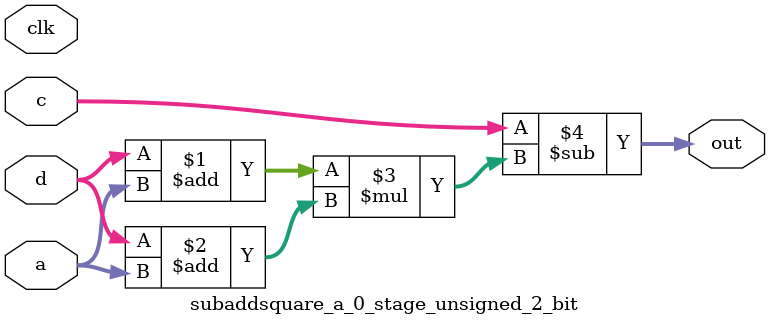
<source format=sv>
(* use_dsp = "yes" *) module subaddsquare_a_0_stage_unsigned_2_bit(
	input  [1:0] a,
	input  [1:0] c,
	input  [1:0] d,
	output [1:0] out,
	input clk);

	assign out = c - ((d + a) * (d + a));
endmodule

</source>
